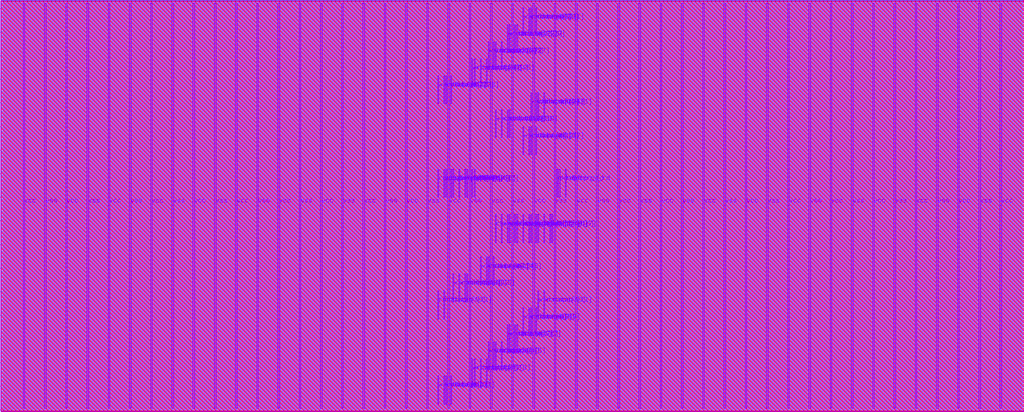
<source format=lef>
VERSION 5.8 ;
BUSBITCHARS "[]" ;
DIVIDERCHAR "/" ;

UNITS
  DATABASE MICRONS 4000 ;
END UNITS

MANUFACTURINGGRID 0.0005 ;

MACRO arf030b256e1r1w0cbbeheaa4acw
  CLASS BLOCK ;
  ORIGIN 0 0 ;
  FOREIGN arf030b256e1r1w0cbbeheaa4acw 0 0 ;
  SIZE 43.2 BY 17.28 ;
  PIN ckrdp0
    DIRECTION INPUT ;
    USE SIGNAL ;
    PORT
      LAYER m7 ;
        RECT 23.484 9 23.528 10.2 ;
    END
  END ckrdp0
  PIN ckwrp0
    DIRECTION INPUT ;
    USE SIGNAL ;
    PORT
      LAYER m7 ;
        RECT 20.872 7.08 20.916 8.28 ;
    END
  END ckwrp0
  PIN rdaddrp0[0]
    DIRECTION INPUT ;
    USE SIGNAL ;
    PORT
      LAYER m7 ;
        RECT 18.772 9 18.816 10.2 ;
    END
  END rdaddrp0[0]
  PIN rdaddrp0[1]
    DIRECTION INPUT ;
    USE SIGNAL ;
    PORT
      LAYER m7 ;
        RECT 18.984 9 19.028 10.2 ;
    END
  END rdaddrp0[1]
  PIN rdaddrp0[2]
    DIRECTION INPUT ;
    USE SIGNAL ;
    PORT
      LAYER m7 ;
        RECT 19.072 9 19.116 10.2 ;
    END
  END rdaddrp0[2]
  PIN rdaddrp0[3]
    DIRECTION INPUT ;
    USE SIGNAL ;
    PORT
      LAYER m7 ;
        RECT 19.328 9 19.372 10.2 ;
    END
  END rdaddrp0[3]
  PIN rdaddrp0[4]
    DIRECTION INPUT ;
    USE SIGNAL ;
    PORT
      LAYER m7 ;
        RECT 19.584 9 19.628 10.2 ;
    END
  END rdaddrp0[4]
  PIN rdaddrp0[5]
    DIRECTION INPUT ;
    USE SIGNAL ;
    PORT
      LAYER m7 ;
        RECT 19.672 9 19.716 10.2 ;
    END
  END rdaddrp0[5]
  PIN rdaddrp0[6]
    DIRECTION INPUT ;
    USE SIGNAL ;
    PORT
      LAYER m7 ;
        RECT 19.884 9 19.928 10.2 ;
    END
  END rdaddrp0[6]
  PIN rdaddrp0[7]
    DIRECTION INPUT ;
    USE SIGNAL ;
    PORT
      LAYER m7 ;
        RECT 19.972 9 20.016 10.2 ;
    END
  END rdaddrp0[7]
  PIN rdaddrp0_fd
    DIRECTION INPUT ;
    USE SIGNAL ;
    PORT
      LAYER m7 ;
        RECT 23.572 9 23.616 10.2 ;
    END
  END rdaddrp0_fd
  PIN rdaddrp0_rd
    DIRECTION INPUT ;
    USE SIGNAL ;
    PORT
      LAYER m7 ;
        RECT 23.828 9 23.872 10.2 ;
    END
  END rdaddrp0_rd
  PIN rddatap0[0]
    DIRECTION OUTPUT ;
    USE SIGNAL ;
    PORT
      LAYER m7 ;
        RECT 18.772 0.24 18.816 1.44 ;
    END
  END rddatap0[0]
  PIN rddatap0[10]
    DIRECTION OUTPUT ;
    USE SIGNAL ;
    PORT
      LAYER m7 ;
        RECT 18.428 3.84 18.472 5.04 ;
    END
  END rddatap0[10]
  PIN rddatap0[11]
    DIRECTION OUTPUT ;
    USE SIGNAL ;
    PORT
      LAYER m7 ;
        RECT 18.684 3.84 18.728 5.04 ;
    END
  END rddatap0[11]
  PIN rddatap0[12]
    DIRECTION OUTPUT ;
    USE SIGNAL ;
    PORT
      LAYER m7 ;
        RECT 19.584 4.56 19.628 5.76 ;
    END
  END rddatap0[12]
  PIN rddatap0[13]
    DIRECTION OUTPUT ;
    USE SIGNAL ;
    PORT
      LAYER m7 ;
        RECT 19.672 4.56 19.716 5.76 ;
    END
  END rddatap0[13]
  PIN rddatap0[14]
    DIRECTION OUTPUT ;
    USE SIGNAL ;
    PORT
      LAYER m7 ;
        RECT 20.572 5.28 20.616 6.48 ;
    END
  END rddatap0[14]
  PIN rddatap0[15]
    DIRECTION OUTPUT ;
    USE SIGNAL ;
    PORT
      LAYER m7 ;
        RECT 20.784 5.28 20.828 6.48 ;
    END
  END rddatap0[15]
  PIN rddatap0[16]
    DIRECTION OUTPUT ;
    USE SIGNAL ;
    PORT
      LAYER m7 ;
        RECT 22.372 10.8 22.416 12 ;
    END
  END rddatap0[16]
  PIN rddatap0[17]
    DIRECTION OUTPUT ;
    USE SIGNAL ;
    PORT
      LAYER m7 ;
        RECT 22.584 10.8 22.628 12 ;
    END
  END rddatap0[17]
  PIN rddatap0[18]
    DIRECTION OUTPUT ;
    USE SIGNAL ;
    PORT
      LAYER m7 ;
        RECT 21.384 11.52 21.428 12.72 ;
    END
  END rddatap0[18]
  PIN rddatap0[19]
    DIRECTION OUTPUT ;
    USE SIGNAL ;
    PORT
      LAYER m7 ;
        RECT 21.472 11.52 21.516 12.72 ;
    END
  END rddatap0[19]
  PIN rddatap0[1]
    DIRECTION OUTPUT ;
    USE SIGNAL ;
    PORT
      LAYER m7 ;
        RECT 18.984 0.24 19.028 1.44 ;
    END
  END rddatap0[1]
  PIN rddatap0[20]
    DIRECTION OUTPUT ;
    USE SIGNAL ;
    PORT
      LAYER m7 ;
        RECT 22.672 12.24 22.716 13.44 ;
    END
  END rddatap0[20]
  PIN rddatap0[21]
    DIRECTION OUTPUT ;
    USE SIGNAL ;
    PORT
      LAYER m7 ;
        RECT 22.928 12.24 22.972 13.44 ;
    END
  END rddatap0[21]
  PIN rddatap0[22]
    DIRECTION OUTPUT ;
    USE SIGNAL ;
    PORT
      LAYER m7 ;
        RECT 18.772 12.96 18.816 14.16 ;
    END
  END rddatap0[22]
  PIN rddatap0[23]
    DIRECTION OUTPUT ;
    USE SIGNAL ;
    PORT
      LAYER m7 ;
        RECT 18.984 12.96 19.028 14.16 ;
    END
  END rddatap0[23]
  PIN rddatap0[24]
    DIRECTION OUTPUT ;
    USE SIGNAL ;
    PORT
      LAYER m7 ;
        RECT 20.228 13.68 20.272 14.88 ;
    END
  END rddatap0[24]
  PIN rddatap0[25]
    DIRECTION OUTPUT ;
    USE SIGNAL ;
    PORT
      LAYER m7 ;
        RECT 20.484 13.68 20.528 14.88 ;
    END
  END rddatap0[25]
  PIN rddatap0[26]
    DIRECTION OUTPUT ;
    USE SIGNAL ;
    PORT
      LAYER m7 ;
        RECT 20.872 14.4 20.916 15.6 ;
    END
  END rddatap0[26]
  PIN rddatap0[27]
    DIRECTION OUTPUT ;
    USE SIGNAL ;
    PORT
      LAYER m7 ;
        RECT 21.128 14.4 21.172 15.6 ;
    END
  END rddatap0[27]
  PIN rddatap0[28]
    DIRECTION OUTPUT ;
    USE SIGNAL ;
    PORT
      LAYER m7 ;
        RECT 21.684 15.12 21.728 16.32 ;
    END
  END rddatap0[28]
  PIN rddatap0[29]
    DIRECTION OUTPUT ;
    USE SIGNAL ;
    PORT
      LAYER m7 ;
        RECT 21.772 15.12 21.816 16.32 ;
    END
  END rddatap0[29]
  PIN rddatap0[2]
    DIRECTION OUTPUT ;
    USE SIGNAL ;
    PORT
      LAYER m7 ;
        RECT 20.228 0.96 20.272 2.16 ;
    END
  END rddatap0[2]
  PIN rddatap0[30]
    DIRECTION OUTPUT ;
    USE SIGNAL ;
    PORT
      LAYER m7 ;
        RECT 22.372 15.84 22.416 17.04 ;
    END
  END rddatap0[30]
  PIN rddatap0[31]
    DIRECTION OUTPUT ;
    USE SIGNAL ;
    PORT
      LAYER m7 ;
        RECT 22.584 15.84 22.628 17.04 ;
    END
  END rddatap0[31]
  PIN rddatap0[3]
    DIRECTION OUTPUT ;
    USE SIGNAL ;
    PORT
      LAYER m7 ;
        RECT 20.484 0.96 20.528 2.16 ;
    END
  END rddatap0[3]
  PIN rddatap0[4]
    DIRECTION OUTPUT ;
    USE SIGNAL ;
    PORT
      LAYER m7 ;
        RECT 20.872 1.68 20.916 2.88 ;
    END
  END rddatap0[4]
  PIN rddatap0[5]
    DIRECTION OUTPUT ;
    USE SIGNAL ;
    PORT
      LAYER m7 ;
        RECT 21.128 1.68 21.172 2.88 ;
    END
  END rddatap0[5]
  PIN rddatap0[6]
    DIRECTION OUTPUT ;
    USE SIGNAL ;
    PORT
      LAYER m7 ;
        RECT 21.684 2.4 21.728 3.6 ;
    END
  END rddatap0[6]
  PIN rddatap0[7]
    DIRECTION OUTPUT ;
    USE SIGNAL ;
    PORT
      LAYER m7 ;
        RECT 21.772 2.4 21.816 3.6 ;
    END
  END rddatap0[7]
  PIN rddatap0[8]
    DIRECTION OUTPUT ;
    USE SIGNAL ;
    PORT
      LAYER m7 ;
        RECT 22.372 3.12 22.416 4.32 ;
    END
  END rddatap0[8]
  PIN rddatap0[9]
    DIRECTION OUTPUT ;
    USE SIGNAL ;
    PORT
      LAYER m7 ;
        RECT 22.584 3.12 22.628 4.32 ;
    END
  END rddatap0[9]
  PIN rdenp0
    DIRECTION INPUT ;
    USE SIGNAL ;
    PORT
      LAYER m7 ;
        RECT 18.428 9 18.472 10.2 ;
    END
  END rdenp0
  PIN sdl_initp0
    DIRECTION INPUT ;
    USE SIGNAL ;
    PORT
      LAYER m7 ;
        RECT 18.684 9 18.728 10.2 ;
    END
  END sdl_initp0
  PIN vcc
    DIRECTION INPUT ;
    USE POWER ;
    PORT
      LAYER m7 ;
        RECT 42.262 0.06 42.338 17.22 ;
    END
    PORT
      LAYER m7 ;
        RECT 40.462 0.06 40.538 17.22 ;
    END
    PORT
      LAYER m7 ;
        RECT 38.662 0.06 38.738 17.22 ;
    END
    PORT
      LAYER m7 ;
        RECT 36.862 0.06 36.938 17.22 ;
    END
    PORT
      LAYER m7 ;
        RECT 35.062 0.06 35.138 17.22 ;
    END
    PORT
      LAYER m7 ;
        RECT 33.262 0.06 33.338 17.22 ;
    END
    PORT
      LAYER m7 ;
        RECT 31.462 0.06 31.538 17.22 ;
    END
    PORT
      LAYER m7 ;
        RECT 29.662 0.06 29.738 17.22 ;
    END
    PORT
      LAYER m7 ;
        RECT 27.862 0.06 27.938 17.22 ;
    END
    PORT
      LAYER m7 ;
        RECT 26.062 0.06 26.138 17.22 ;
    END
    PORT
      LAYER m7 ;
        RECT 24.262 0.06 24.338 17.22 ;
    END
    PORT
      LAYER m7 ;
        RECT 22.462 0.06 22.538 17.22 ;
    END
    PORT
      LAYER m7 ;
        RECT 20.662 0.06 20.738 17.22 ;
    END
    PORT
      LAYER m7 ;
        RECT 18.862 0.06 18.938 17.22 ;
    END
    PORT
      LAYER m7 ;
        RECT 17.062 0.06 17.138 17.22 ;
    END
    PORT
      LAYER m7 ;
        RECT 15.262 0.06 15.338 17.22 ;
    END
    PORT
      LAYER m7 ;
        RECT 13.462 0.06 13.538 17.22 ;
    END
    PORT
      LAYER m7 ;
        RECT 11.662 0.06 11.738 17.22 ;
    END
    PORT
      LAYER m7 ;
        RECT 9.862 0.06 9.938 17.22 ;
    END
    PORT
      LAYER m7 ;
        RECT 8.062 0.06 8.138 17.22 ;
    END
    PORT
      LAYER m7 ;
        RECT 6.262 0.06 6.338 17.22 ;
    END
    PORT
      LAYER m7 ;
        RECT 4.462 0.06 4.538 17.22 ;
    END
    PORT
      LAYER m7 ;
        RECT 2.662 0.06 2.738 17.22 ;
    END
    PORT
      LAYER m7 ;
        RECT 0.862 0.06 0.938 17.22 ;
    END
  END vcc
  PIN vss
    DIRECTION INOUT ;
    USE GROUND ;
    PORT
      LAYER m7 ;
        RECT 41.362 0.06 41.438 17.22 ;
    END
    PORT
      LAYER m7 ;
        RECT 39.562 0.06 39.638 17.22 ;
    END
    PORT
      LAYER m7 ;
        RECT 37.762 0.06 37.838 17.22 ;
    END
    PORT
      LAYER m7 ;
        RECT 35.962 0.06 36.038 17.22 ;
    END
    PORT
      LAYER m7 ;
        RECT 34.162 0.06 34.238 17.22 ;
    END
    PORT
      LAYER m7 ;
        RECT 32.362 0.06 32.438 17.22 ;
    END
    PORT
      LAYER m7 ;
        RECT 30.562 0.06 30.638 17.22 ;
    END
    PORT
      LAYER m7 ;
        RECT 28.762 0.06 28.838 17.22 ;
    END
    PORT
      LAYER m7 ;
        RECT 26.962 0.06 27.038 17.22 ;
    END
    PORT
      LAYER m7 ;
        RECT 25.162 0.06 25.238 17.22 ;
    END
    PORT
      LAYER m7 ;
        RECT 23.362 0.06 23.438 17.22 ;
    END
    PORT
      LAYER m7 ;
        RECT 21.562 0.06 21.638 17.22 ;
    END
    PORT
      LAYER m7 ;
        RECT 19.762 0.06 19.838 17.22 ;
    END
    PORT
      LAYER m7 ;
        RECT 17.962 0.06 18.038 17.22 ;
    END
    PORT
      LAYER m7 ;
        RECT 16.162 0.06 16.238 17.22 ;
    END
    PORT
      LAYER m7 ;
        RECT 14.362 0.06 14.438 17.22 ;
    END
    PORT
      LAYER m7 ;
        RECT 12.562 0.06 12.638 17.22 ;
    END
    PORT
      LAYER m7 ;
        RECT 10.762 0.06 10.838 17.22 ;
    END
    PORT
      LAYER m7 ;
        RECT 8.962 0.06 9.038 17.22 ;
    END
    PORT
      LAYER m7 ;
        RECT 7.162 0.06 7.238 17.22 ;
    END
    PORT
      LAYER m7 ;
        RECT 5.362 0.06 5.438 17.22 ;
    END
    PORT
      LAYER m7 ;
        RECT 3.562 0.06 3.638 17.22 ;
    END
    PORT
      LAYER m7 ;
        RECT 1.762 0.06 1.838 17.22 ;
    END
  END vss
  PIN wraddrp0[0]
    DIRECTION INPUT ;
    USE SIGNAL ;
    PORT
      LAYER m7 ;
        RECT 22.028 7.08 22.072 8.28 ;
    END
  END wraddrp0[0]
  PIN wraddrp0[1]
    DIRECTION INPUT ;
    USE SIGNAL ;
    PORT
      LAYER m7 ;
        RECT 22.284 7.08 22.328 8.28 ;
    END
  END wraddrp0[1]
  PIN wraddrp0[2]
    DIRECTION INPUT ;
    USE SIGNAL ;
    PORT
      LAYER m7 ;
        RECT 22.372 7.08 22.416 8.28 ;
    END
  END wraddrp0[2]
  PIN wraddrp0[3]
    DIRECTION INPUT ;
    USE SIGNAL ;
    PORT
      LAYER m7 ;
        RECT 22.584 7.08 22.628 8.28 ;
    END
  END wraddrp0[3]
  PIN wraddrp0[4]
    DIRECTION INPUT ;
    USE SIGNAL ;
    PORT
      LAYER m7 ;
        RECT 22.672 7.08 22.716 8.28 ;
    END
  END wraddrp0[4]
  PIN wraddrp0[5]
    DIRECTION INPUT ;
    USE SIGNAL ;
    PORT
      LAYER m7 ;
        RECT 22.928 7.08 22.972 8.28 ;
    END
  END wraddrp0[5]
  PIN wraddrp0[6]
    DIRECTION INPUT ;
    USE SIGNAL ;
    PORT
      LAYER m7 ;
        RECT 23.184 7.08 23.228 8.28 ;
    END
  END wraddrp0[6]
  PIN wraddrp0[7]
    DIRECTION INPUT ;
    USE SIGNAL ;
    PORT
      LAYER m7 ;
        RECT 23.272 7.08 23.316 8.28 ;
    END
  END wraddrp0[7]
  PIN wraddrp0_fd
    DIRECTION INPUT ;
    USE SIGNAL ;
    PORT
      LAYER m7 ;
        RECT 21.128 7.08 21.172 8.28 ;
    END
  END wraddrp0_fd
  PIN wraddrp0_rd
    DIRECTION INPUT ;
    USE SIGNAL ;
    PORT
      LAYER m7 ;
        RECT 21.384 7.08 21.428 8.28 ;
    END
  END wraddrp0_rd
  PIN wrdatap0[0]
    DIRECTION INPUT ;
    USE SIGNAL ;
    PORT
      LAYER m7 ;
        RECT 18.428 0.24 18.472 1.44 ;
    END
  END wrdatap0[0]
  PIN wrdatap0[10]
    DIRECTION INPUT ;
    USE SIGNAL ;
    PORT
      LAYER m7 ;
        RECT 22.672 3.84 22.716 5.04 ;
    END
  END wrdatap0[10]
  PIN wrdatap0[11]
    DIRECTION INPUT ;
    USE SIGNAL ;
    PORT
      LAYER m7 ;
        RECT 22.928 3.84 22.972 5.04 ;
    END
  END wrdatap0[11]
  PIN wrdatap0[12]
    DIRECTION INPUT ;
    USE SIGNAL ;
    PORT
      LAYER m7 ;
        RECT 19.072 4.56 19.116 5.76 ;
    END
  END wrdatap0[12]
  PIN wrdatap0[13]
    DIRECTION INPUT ;
    USE SIGNAL ;
    PORT
      LAYER m7 ;
        RECT 19.328 4.56 19.372 5.76 ;
    END
  END wrdatap0[13]
  PIN wrdatap0[14]
    DIRECTION INPUT ;
    USE SIGNAL ;
    PORT
      LAYER m7 ;
        RECT 20.228 5.28 20.272 6.48 ;
    END
  END wrdatap0[14]
  PIN wrdatap0[15]
    DIRECTION INPUT ;
    USE SIGNAL ;
    PORT
      LAYER m7 ;
        RECT 20.484 5.28 20.528 6.48 ;
    END
  END wrdatap0[15]
  PIN wrdatap0[16]
    DIRECTION INPUT ;
    USE SIGNAL ;
    PORT
      LAYER m7 ;
        RECT 22.028 10.8 22.072 12 ;
    END
  END wrdatap0[16]
  PIN wrdatap0[17]
    DIRECTION INPUT ;
    USE SIGNAL ;
    PORT
      LAYER m7 ;
        RECT 22.284 10.8 22.328 12 ;
    END
  END wrdatap0[17]
  PIN wrdatap0[18]
    DIRECTION INPUT ;
    USE SIGNAL ;
    PORT
      LAYER m7 ;
        RECT 20.872 11.52 20.916 12.72 ;
    END
  END wrdatap0[18]
  PIN wrdatap0[19]
    DIRECTION INPUT ;
    USE SIGNAL ;
    PORT
      LAYER m7 ;
        RECT 21.128 11.52 21.172 12.72 ;
    END
  END wrdatap0[19]
  PIN wrdatap0[1]
    DIRECTION INPUT ;
    USE SIGNAL ;
    PORT
      LAYER m7 ;
        RECT 18.684 0.24 18.728 1.44 ;
    END
  END wrdatap0[1]
  PIN wrdatap0[20]
    DIRECTION INPUT ;
    USE SIGNAL ;
    PORT
      LAYER m7 ;
        RECT 22.372 12.24 22.416 13.44 ;
    END
  END wrdatap0[20]
  PIN wrdatap0[21]
    DIRECTION INPUT ;
    USE SIGNAL ;
    PORT
      LAYER m7 ;
        RECT 22.584 12.24 22.628 13.44 ;
    END
  END wrdatap0[21]
  PIN wrdatap0[22]
    DIRECTION INPUT ;
    USE SIGNAL ;
    PORT
      LAYER m7 ;
        RECT 18.428 12.96 18.472 14.16 ;
    END
  END wrdatap0[22]
  PIN wrdatap0[23]
    DIRECTION INPUT ;
    USE SIGNAL ;
    PORT
      LAYER m7 ;
        RECT 18.684 12.96 18.728 14.16 ;
    END
  END wrdatap0[23]
  PIN wrdatap0[24]
    DIRECTION INPUT ;
    USE SIGNAL ;
    PORT
      LAYER m7 ;
        RECT 19.884 13.68 19.928 14.88 ;
    END
  END wrdatap0[24]
  PIN wrdatap0[25]
    DIRECTION INPUT ;
    USE SIGNAL ;
    PORT
      LAYER m7 ;
        RECT 19.972 13.68 20.016 14.88 ;
    END
  END wrdatap0[25]
  PIN wrdatap0[26]
    DIRECTION INPUT ;
    USE SIGNAL ;
    PORT
      LAYER m7 ;
        RECT 20.572 14.4 20.616 15.6 ;
    END
  END wrdatap0[26]
  PIN wrdatap0[27]
    DIRECTION INPUT ;
    USE SIGNAL ;
    PORT
      LAYER m7 ;
        RECT 20.784 14.4 20.828 15.6 ;
    END
  END wrdatap0[27]
  PIN wrdatap0[28]
    DIRECTION INPUT ;
    USE SIGNAL ;
    PORT
      LAYER m7 ;
        RECT 21.384 15.12 21.428 16.32 ;
    END
  END wrdatap0[28]
  PIN wrdatap0[29]
    DIRECTION INPUT ;
    USE SIGNAL ;
    PORT
      LAYER m7 ;
        RECT 21.472 15.12 21.516 16.32 ;
    END
  END wrdatap0[29]
  PIN wrdatap0[2]
    DIRECTION INPUT ;
    USE SIGNAL ;
    PORT
      LAYER m7 ;
        RECT 19.884 0.96 19.928 2.16 ;
    END
  END wrdatap0[2]
  PIN wrdatap0[30]
    DIRECTION INPUT ;
    USE SIGNAL ;
    PORT
      LAYER m7 ;
        RECT 22.028 15.84 22.072 17.04 ;
    END
  END wrdatap0[30]
  PIN wrdatap0[31]
    DIRECTION INPUT ;
    USE SIGNAL ;
    PORT
      LAYER m7 ;
        RECT 22.284 15.84 22.328 17.04 ;
    END
  END wrdatap0[31]
  PIN wrdatap0[3]
    DIRECTION INPUT ;
    USE SIGNAL ;
    PORT
      LAYER m7 ;
        RECT 19.972 0.96 20.016 2.16 ;
    END
  END wrdatap0[3]
  PIN wrdatap0[4]
    DIRECTION INPUT ;
    USE SIGNAL ;
    PORT
      LAYER m7 ;
        RECT 20.572 1.68 20.616 2.88 ;
    END
  END wrdatap0[4]
  PIN wrdatap0[5]
    DIRECTION INPUT ;
    USE SIGNAL ;
    PORT
      LAYER m7 ;
        RECT 20.784 1.68 20.828 2.88 ;
    END
  END wrdatap0[5]
  PIN wrdatap0[6]
    DIRECTION INPUT ;
    USE SIGNAL ;
    PORT
      LAYER m7 ;
        RECT 21.384 2.4 21.428 3.6 ;
    END
  END wrdatap0[6]
  PIN wrdatap0[7]
    DIRECTION INPUT ;
    USE SIGNAL ;
    PORT
      LAYER m7 ;
        RECT 21.472 2.4 21.516 3.6 ;
    END
  END wrdatap0[7]
  PIN wrdatap0[8]
    DIRECTION INPUT ;
    USE SIGNAL ;
    PORT
      LAYER m7 ;
        RECT 22.028 3.12 22.072 4.32 ;
    END
  END wrdatap0[8]
  PIN wrdatap0[9]
    DIRECTION INPUT ;
    USE SIGNAL ;
    PORT
      LAYER m7 ;
        RECT 22.284 3.12 22.328 4.32 ;
    END
  END wrdatap0[9]
  PIN wrdatap0_fd
    DIRECTION INPUT ;
    USE SIGNAL ;
    PORT
      LAYER m7 ;
        RECT 21.684 7.08 21.728 8.28 ;
    END
  END wrdatap0_fd
  PIN wrdatap0_rd
    DIRECTION INPUT ;
    USE SIGNAL ;
    PORT
      LAYER m7 ;
        RECT 21.772 7.08 21.816 8.28 ;
    END
  END wrdatap0_rd
  PIN wrenp0
    DIRECTION INPUT ;
    USE SIGNAL ;
    PORT
      LAYER m7 ;
        RECT 21.472 7.08 21.516 8.28 ;
    END
  END wrenp0
  OBS
    LAYER m0 SPACING 0 ;
      RECT 0 0 43.2 17.28 ;
    LAYER m1 SPACING 0 ;
      RECT 0 0 43.2 17.28 ;
    LAYER m2 SPACING 0 ;
      RECT -0.0705 -0.038 43.2705 17.318 ;
    LAYER m3 SPACING 0 ;
      RECT -0.035 -0.07 43.235 17.35 ;
    LAYER m4 SPACING 0 ;
      RECT -0.07 -0.038 43.27 17.318 ;
    LAYER m5 SPACING 0 ;
      RECT -0.059 -0.09 43.259 17.37 ;
    LAYER m6 SPACING 0 ;
      RECT -0.09 -0.062 43.29 17.342 ;
    LAYER m7 SPACING 0 ;
      RECT -0.092 -0.06 43.292 17.34 ;
  END
END arf030b256e1r1w0cbbeheaa4acw
END LIBRARY

</source>
